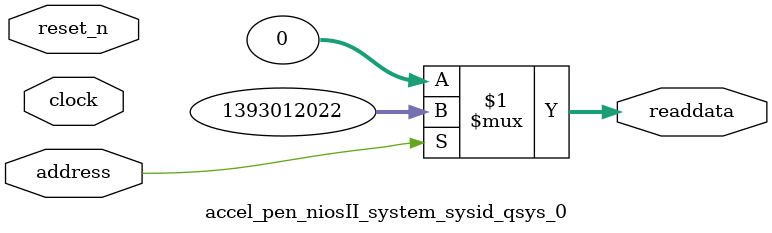
<source format=v>

`timescale 1ns / 1ps
// synthesis translate_on

// turn off superfluous verilog processor warnings 
// altera message_level Level1 
// altera message_off 10034 10035 10036 10037 10230 10240 10030 

module accel_pen_niosII_system_sysid_qsys_0 (
               // inputs:
                address,
                clock,
                reset_n,

               // outputs:
                readdata
             )
;

  output  [ 31: 0] readdata;
  input            address;
  input            clock;
  input            reset_n;

  wire    [ 31: 0] readdata;
  //control_slave, which is an e_avalon_slave
  assign readdata = address ? 1393012022 : 0;

endmodule




</source>
